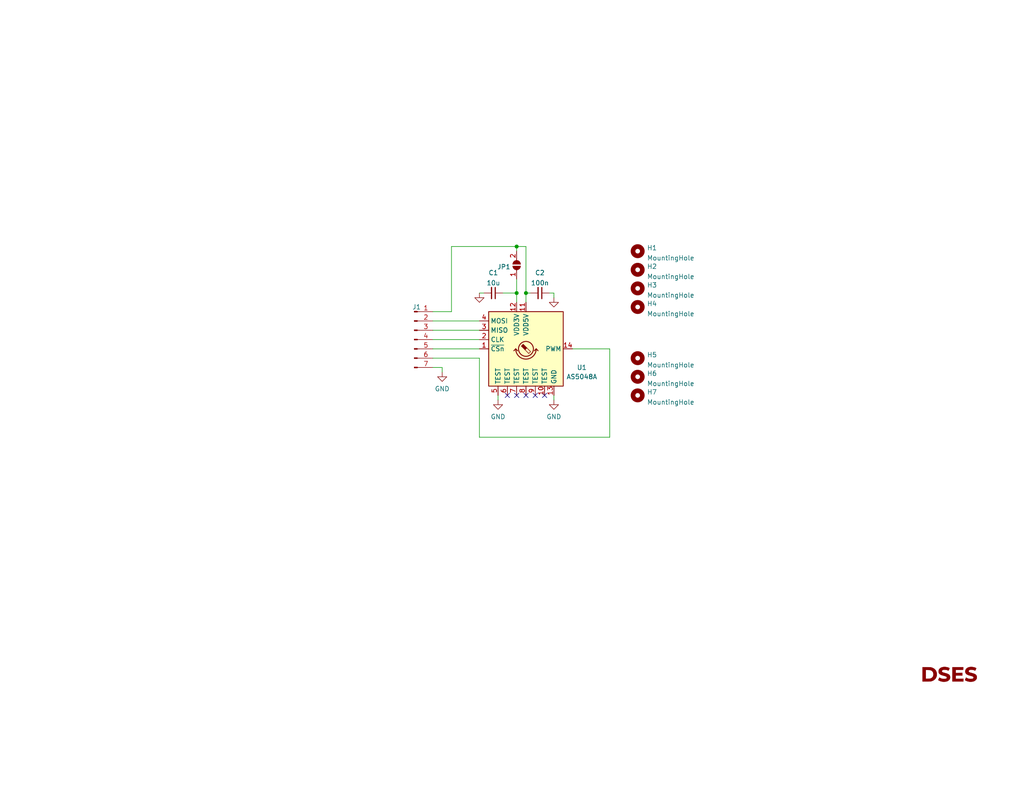
<source format=kicad_sch>
(kicad_sch (version 20211123) (generator eeschema)
  (paper "USLetter")
  (title_block (title "Encoder") (date "2022-01-17") (rev "1") (company "Deep Space Exploration Society") (comment 1 "Designed by Hans Gaensbauer"))
  (lib_symbols
    (symbol "Connector:Conn_01x07_Male" (pin_names (offset 1.016) hide)
      (property "Reference" "J" (at 0 10.16 0))
      (property "Value" "Conn_01x07_Male" (at 0 -10.16 0))
      (symbol "Conn_01x07_Male_1_1"
        (polyline (pts (xy 1.27 -7.62) (xy 0.8636 -7.62)) (stroke (width 0.1524)))
        (polyline (pts (xy 1.27 -5.08) (xy 0.8636 -5.08)) (stroke (width 0.1524)))
        (polyline (pts (xy 1.27 -2.54) (xy 0.8636 -2.54)) (stroke (width 0.1524)))
        (polyline (pts (xy 1.27 0) (xy 0.8636 0)) (stroke (width 0.1524)))
        (polyline (pts (xy 1.27 2.54) (xy 0.8636 2.54)) (stroke (width 0.1524)))
        (polyline (pts (xy 1.27 5.08) (xy 0.8636 5.08)) (stroke (width 0.1524)))
        (polyline (pts (xy 1.27 7.62) (xy 0.8636 7.62)) (stroke (width 0.1524)))
        (rectangle (start 0.8636 -7.493) (end 0 -7.747) (stroke (width 0.1524)) (fill (type outline)))
        (rectangle (start 0.8636 -4.953) (end 0 -5.207) (stroke (width 0.1524)) (fill (type outline)))
        (rectangle (start 0.8636 -2.413) (end 0 -2.667) (stroke (width 0.1524)) (fill (type outline)))
        (rectangle (start 0.8636 0.127) (end 0 -0.127) (stroke (width 0.1524)) (fill (type outline)))
        (rectangle (start 0.8636 2.667) (end 0 2.413) (stroke (width 0.1524)) (fill (type outline)))
        (rectangle (start 0.8636 5.207) (end 0 4.953) (stroke (width 0.1524)) (fill (type outline)))
        (rectangle (start 0.8636 7.747) (end 0 7.493) (stroke (width 0.1524)) (fill (type outline)))
        (pin passive line (at 5.08 7.62 180) (length 3.81) (name "Pin_1") (number "1"))
        (pin passive line (at 5.08 5.08 180) (length 3.81) (name "Pin_2") (number "2"))
        (pin passive line (at 5.08 2.54 180) (length 3.81) (name "Pin_3") (number "3"))
        (pin passive line (at 5.08 0 180) (length 3.81) (name "Pin_4") (number "4"))
        (pin passive line (at 5.08 -2.54 180) (length 3.81) (name "Pin_5") (number "5"))
        (pin passive line (at 5.08 -5.08 180) (length 3.81) (name "Pin_6") (number "6"))
        (pin passive line (at 5.08 -7.62 180) (length 3.81) (name "Pin_7") (number "7"))
      )
    )
    (symbol "Device:C_Small" (pin_numbers hide) (pin_names (offset 0.254) hide)
      (property "Reference" "C" (at 0.254 1.778 0))
      (property "Value" "C_Small" (at 0.254 -2.032 0))
      (symbol "C_Small_0_1"
        (polyline (pts (xy -1.524 -0.508) (xy 1.524 -0.508)) (stroke (width 0.3302)))
        (polyline (pts (xy -1.524 0.508) (xy 1.524 0.508)) (stroke (width 0.3048)))
      )
      (symbol "C_Small_1_1"
        (pin passive line (at 0 2.54 270) (length 2.032) (name "~") (number "1"))
        (pin passive line (at 0 -2.54 90) (length 2.032) (name "~") (number "2"))
      )
    )
    (symbol "Jumper:SolderJumper_2_Open" (pin_names (offset 0) hide)
      (property "Reference" "JP" (at 0 2.032 0))
      (property "Value" "SolderJumper_2_Open" (at 0 -2.54 0))
      (symbol "SolderJumper_2_Open_0_1"
        (arc (start -0.254 1.016) (mid -1.27 0) (end -0.254 -1.016))
        (arc (start -0.254 1.016) (mid -1.27 0) (end -0.254 -1.016) (fill (type outline)))
        (polyline (pts (xy -0.254 1.016) (xy -0.254 -1.016)))
        (polyline (pts (xy 0.254 1.016) (xy 0.254 -1.016)))
        (arc (start 0.254 -1.016) (mid 1.27 0) (end 0.254 1.016))
        (arc (start 0.254 -1.016) (mid 1.27 0) (end 0.254 1.016) (fill (type outline)))
      )
      (symbol "SolderJumper_2_Open_1_1"
        (pin passive line (at -3.81 0 0) (length 2.54) (name "A") (number "1"))
        (pin passive line (at 3.81 0 180) (length 2.54) (name "B") (number "2"))
      )
    )
    (symbol "Mechanical:MountingHole" (pin_names (offset 1.016))
      (property "Reference" "H" (at 0 5.08 0))
      (property "Value" "MountingHole" (at 0 3.175 0))
      (symbol "MountingHole_0_1"
        (circle (center 0 0) (radius 1.27) (stroke (width 1.27)))
      )
    )
    (symbol "Sensor_Magnetic:AS5048A"
      (property "Reference" "U" (at -10.16 11.43 0))
      (property "Value" "AS5048A" (at 10.16 11.43 0))
      (symbol "AS5048A_0_1"
        (rectangle (start -10.16 10.16) (end 10.16 -10.16) (stroke (width 0.254)) (fill (type background)))
        (arc (start -2.794 0) (mid 0 -2.794) (end 2.794 0) (stroke (width 0.254)))
        (polyline (pts (xy -2.794 0) (xy -3.302 -0.508)) (stroke (width 0.254)))
        (polyline (pts (xy -2.794 0) (xy -2.286 -0.508)) (stroke (width 0.254)))
        (polyline (pts (xy 2.794 0) (xy 2.286 -0.508)) (stroke (width 0.254)))
        (polyline (pts (xy 2.794 0) (xy 3.302 -0.508)) (stroke (width 0.254)))
      )
      (symbol "AS5048A_1_1"
        (polyline (pts (xy 0.254 0.254) (xy 1.27 -0.762) (xy 0.762 -1.27) (xy -0.254 -0.254)))
        (polyline (pts (xy -0.762 1.27) (xy 0.254 0.254) (xy -0.254 -0.254) (xy -1.27 0.762) (xy -1.016 1.016) (xy -0.762 1.27) (xy -0.635 1.143)) (fill (type outline)))
        (circle (center 0 0) (radius 2.032) (stroke (width 0.254)))
        (pin input line (at -12.7 0 0) (length 2.54) (name "~{CSn}") (number "1"))
        (pin passive line (at 5.08 -12.7 90) (length 2.54) (name "TEST") (number "10"))
        (pin power_in line (at 0 12.7 270) (length 2.54) (name "VDD5V") (number "11"))
        (pin power_in line (at -2.54 12.7 270) (length 2.54) (name "VDD3V") (number "12"))
        (pin power_in line (at 7.62 -12.7 90) (length 2.54) (name "GND") (number "13"))
        (pin output line (at 12.7 0 180) (length 2.54) (name "PWM") (number "14"))
        (pin input line (at -12.7 2.54 0) (length 2.54) (name "CLK") (number "2"))
        (pin output line (at -12.7 5.08 0) (length 2.54) (name "MISO") (number "3"))
        (pin input line (at -12.7 7.62 0) (length 2.54) (name "MOSI") (number "4"))
        (pin passive line (at -7.62 -12.7 90) (length 2.54) (name "TEST") (number "5"))
        (pin passive line (at -5.08 -12.7 90) (length 2.54) (name "TEST") (number "6"))
        (pin passive line (at -2.54 -12.7 90) (length 2.54) (name "TEST") (number "7"))
        (pin passive line (at 0 -12.7 90) (length 2.54) (name "TEST") (number "8"))
        (pin passive line (at 2.54 -12.7 90) (length 2.54) (name "TEST") (number "9"))
      )
    )
    (symbol "interferometer:DSES-Logo" (pin_names (offset 1.016))
      (symbol "DSES-Logo_0_0"
        (polyline (pts (xy 3.7893 -1.5428) (xy 3.802 -1.1745) (xy 2.7371 -1.1857) (xy 1.6721 -1.1969) (xy 1.6721 -0.2787) (xy 3.5034 -0.2787) (xy 3.5034 0.418) (xy 2.5878 0.4038) (xy 1.6721 0.3896) (xy 1.6721 1.2739) (xy 3.6917 1.2739) (xy 3.717 1.4587) (xy 3.7214 1.4936) (xy 3.7363 1.6611) (xy 3.7423 1.817) (xy 3.7423 1.9906) (xy 0.7962 1.9906) (xy 0.7962 -1.911) (xy 3.7767 -1.911) (xy 3.7893 -1.5428)) (stroke (width 0.01)) (fill (type outline)))
        (polyline (pts (xy -6.3401 -1.9103) (xy -6.1675 -1.9099) (xy -5.8262 -1.9065) (xy -5.5516 -1.8993) (xy -5.335 -1.888) (xy -5.1673 -1.8721) (xy -5.0397 -1.8513) (xy -4.6543 -1.7352) (xy -4.3097 -1.5595) (xy -4.0174 -1.3309) (xy -3.7821 -1.0549) (xy -3.6082 -0.737) (xy -3.5006 -0.3826) (xy -3.4636 0.0029) (xy -3.4636 0.0062) (xy -3.4993 0.4174) (xy -3.6032 0.7894) (xy -3.7722 1.1185) (xy -4.0034 1.4008) (xy -4.2937 1.6328) (xy -4.6402 1.8107) (xy -5.0397 1.9309) (xy -5.0911 1.9406) (xy -5.2352 1.9592) (xy -5.4232 1.973) (xy -5.6641 1.9825) (xy -5.9667 1.9879) (xy -6.3401 1.9899) (xy -7.3652 1.9906) (xy -7.3652 -1.1614) (xy -6.4894 -1.1614) (xy -6.4894 1.2597) (xy -6.141 1.2464) (xy -6.0194 1.2418) (xy -5.7495 1.231) (xy -5.5432 1.2213) (xy -5.3889 1.2111) (xy -5.2749 1.1991) (xy -5.1897 1.1836) (xy -5.1217 1.1634) (xy -5.0593 1.137) (xy -4.9909 1.1029) (xy -4.9015 1.0525) (xy -4.6757 0.8687) (xy -4.5122 0.6366) (xy -4.4128 0.3592) (xy -4.3793 0.0398) (xy -4.3826 -0.0642) (xy -4.437 -0.3716) (xy -4.5574 -0.6359) (xy -4.7425 -0.8549) (xy -4.9909 -1.0263) (xy -5.0354 -1.0491) (xy -5.1117 -1.0832) (xy -5.1908 -1.1074) (xy -5.2881 -1.1237) (xy -5.4189 -1.1344) (xy -5.5985 -1.1416) (xy -5.8424 -1.1475) (xy -6.4894 -1.1614) (xy -7.3652 -1.1614) (xy -7.3652 -1.911) (xy -6.3401 -1.9103)) (stroke (width 0.01)) (fill (type outline)))
        (polyline (pts (xy -1.2796 -1.9625) (xy -1.0198 -1.9362) (xy -0.8056 -1.8947) (xy -0.605 -1.8237) (xy -0.3599 -1.689) (xy -0.1484 -1.5187) (xy 0.0141 -1.3255) (xy 0.1124 -1.1225) (xy 0.1464 -0.9547) (xy 0.157 -0.7308) (xy 0.1357 -0.5143) (xy 0.0838 -0.3384) (xy 0.0763 -0.3226) (xy -0.0168 -0.1706) (xy -0.1429 -0.04) (xy -0.3114 0.0745) (xy -0.5316 0.1783) (xy -0.8126 0.2766) (xy -1.1639 0.3747) (xy -1.3013 0.4103) (xy -1.5635 0.4821) (xy -1.7606 0.5447) (xy -1.9018 0.6032) (xy -1.9959 0.6627) (xy -2.052 0.7283) (xy -2.0791 0.8052) (xy -2.0862 0.8984) (xy -2.0855 0.9188) (xy -2.0385 1.0671) (xy -1.9263 1.1914) (xy -1.7616 1.2772) (xy -1.7506 1.2806) (xy -1.6275 1.3002) (xy -1.45 1.309) (xy -1.24 1.3057) (xy -1.1167 1.2988) (xy -0.9226 1.2773) (xy -0.7599 1.2399) (xy -0.5972 1.1804) (xy -0.5917 1.1781) (xy -0.4587 1.1234) (xy -0.3547 1.0823) (xy -0.302 1.0635) (xy -0.2922 1.068) (xy -0.2518 1.1243) (xy -0.1949 1.2314) (xy -0.1304 1.3732) (xy 0.0048 1.6913) (xy -0.0812 1.7609) (xy -0.1563 1.8051) (xy -0.2838 1.8607) (xy -0.4319 1.9128) (xy -0.5184 1.9384) (xy -0.9298 2.0262) (xy -1.331 2.058) (xy -1.7114 2.035) (xy -2.0609 1.9584) (xy -2.369 1.8295) (xy -2.6253 1.6495) (xy -2.8006 1.4535) (xy -2.921 1.2152) (xy -2.9757 0.9367) (xy -2.9806 0.8446) (xy -2.9634 0.6016) (xy -2.8957 0.3918) (xy -2.7728 0.2107) (xy -2.5899 0.0536) (xy -2.342 -0.0838) (xy -2.0244 -0.2061) (xy -1.6323 -0.3179) (xy -1.3672 -0.3876) (xy -1.1239 -0.4628) (xy -0.9457 -0.5355) (xy -0.825 -0.6106) (xy -0.7546 -0.6929) (xy -0.7268 -0.7872) (xy -0.7344 -0.8984) (xy -0.7618 -0.9898) (xy -0.8369 -1.0931) (xy -0.962 -1.1642) (xy -1.1461 -1.2076) (xy -1.3984 -1.2278) (xy -1.5817 -1.2295) (xy -1.9168 -1.1991) (xy -2.2232 -1.1189) (xy -2.5274 -0.9831) (xy -2.7721 -0.8531) (xy -2.9089 -1.1686) (xy -2.9339 -1.2264) (xy -2.9932 -1.3636) (xy -3.0368 -1.465) (xy -3.0568 -1.5122) (xy -3.0573 -1.5142) (xy -3.0259 -1.5508) (xy -2.9391 -1.6066) (xy -2.8145 -1.673) (xy -2.6694 -1.7412) (xy -2.5211 -1.8025) (xy -2.3872 -1.8481) (xy -2.3004 -1.8714) (xy -2.1091 -1.9153) (xy -1.9293 -1.949) (xy -1.8041 -1.9633) (xy -1.552 -1.9721) (xy -1.2796 -1.9625)) (stroke (width 0.01)) (fill (type outline)))
        (polyline (pts (xy 6.006 -1.9625) (xy 6.2657 -1.9362) (xy 6.4799 -1.8947) (xy 6.6806 -1.8237) (xy 6.9257 -1.689) (xy 7.1372 -1.5187) (xy 7.2997 -1.3255) (xy 7.398 -1.1225) (xy 7.432 -0.9547) (xy 7.4426 -0.7308) (xy 7.4213 -0.5143) (xy 7.3693 -0.3384) (xy 7.3618 -0.3226) (xy 7.2688 -0.1706) (xy 7.1427 -0.04) (xy 6.9742 0.0745) (xy 6.754 0.1783) (xy 6.4729 0.2766) (xy 6.1217 0.3747) (xy 5.9842 0.4103) (xy 5.7221 0.4821) (xy 5.525 0.5447) (xy 5.3838 0.6032) (xy 5.2897 0.6627) (xy 5.2335 0.7283) (xy 5.2065 0.8052) (xy 5.1994 0.8984) (xy 5.2001 0.9188) (xy 5.2471 1.0671) (xy 5.3592 1.1914) (xy 5.524 1.2772) (xy 5.535 1.2806) (xy 5.6581 1.3002) (xy 5.8356 1.309) (xy 6.0456 1.3057) (xy 6.1689 1.2988) (xy 6.363 1.2773) (xy 6.5256 1.2399) (xy 6.6884 1.1804) (xy 6.6938 1.1781) (xy 6.8269 1.1234) (xy 6.9309 1.0823) (xy 6.9836 1.0635) (xy 6.9934 1.068) (xy 7.0338 1.1243) (xy 7.0907 1.2314) (xy 7.1552 1.3732) (xy 7.2904 1.6913) (xy 7.2044 1.7609) (xy 7.1293 1.8051) (xy 7.0017 1.8607) (xy 6.8537 1.9128) (xy 6.7671 1.9384) (xy 6.3557 2.0262) (xy 5.9546 2.058) (xy 5.5742 2.035) (xy 5.2247 1.9584) (xy 4.9166 1.8295) (xy 4.6603 1.6495) (xy 4.485 1.4535) (xy 4.3646 1.2152) (xy 4.3099 0.9367) (xy 4.305 0.8446) (xy 4.3222 0.6016) (xy 4.3899 0.3918) (xy 4.5127 0.2107) (xy 4.6957 0.0536) (xy 4.9435 -0.0838) (xy 5.2611 -0.2061) (xy 5.6533 -0.3179) (xy 5.9184 -0.3876) (xy 6.1617 -0.4628) (xy 6.3399 -0.5355) (xy 6.4605 -0.6106) (xy 6.531 -0.6929) (xy 6.5588 -0.7872) (xy 6.5512 -0.8984) (xy 6.5238 -0.9898) (xy 6.4487 -1.0931) (xy 6.3236 -1.1642) (xy 6.1395 -1.2076) (xy 5.8872 -1.2278) (xy 5.7039 -1.2295) (xy 5.3688 -1.1991) (xy 5.0623 -1.1189) (xy 4.7582 -0.9831) (xy 4.5135 -0.8531) (xy 4.3767 -1.1686) (xy 4.3517 -1.2264) (xy 4.2924 -1.3636) (xy 4.2487 -1.465) (xy 4.2288 -1.5122) (xy 4.2283 -1.5142) (xy 4.2597 -1.5508) (xy 4.3465 -1.6066) (xy 4.4711 -1.673) (xy 4.6162 -1.7412) (xy 4.7645 -1.8025) (xy 4.8984 -1.8481) (xy 4.9852 -1.8714) (xy 5.1765 -1.9153) (xy 5.3562 -1.949) (xy 5.4815 -1.9633) (xy 5.7336 -1.9721) (xy 6.006 -1.9625)) (stroke (width 0.01)) (fill (type outline)))
      )
    )
    (symbol "power:GND" (power) (pin_names (offset 0))
      (property "Value" "GND" (at 0 -3.81 0))
      (symbol "GND_0_1"
        (polyline (pts (xy 0 0) (xy 0 -1.27) (xy 1.27 -1.27) (xy 0 -2.54) (xy -1.27 -1.27) (xy 0 -1.27)))
      )
      (symbol "GND_1_1"
        (pin power_in line (at 0 0 270) (length 0) hide (name "GND") (number "1"))
      )
    )
  )
  (junction (at 143.51 80.01))
  (junction (at 140.97 80.01))
  (junction (at 140.97 67.31))
  (no_connect (at 138.43 107.95))
  (no_connect (at 140.97 107.95))
  (no_connect (at 143.51 107.95))
  (no_connect (at 146.05 107.95))
  (no_connect (at 148.59 107.95))
  (wire (pts (xy 118.11 97.79) (xy 130.81 97.79)))
  (wire (pts (xy 123.19 85.09) (xy 123.19 67.31)))
  (wire (pts (xy 118.11 87.63) (xy 130.81 87.63)))
  (wire (pts (xy 130.81 119.38) (xy 130.81 97.79)))
  (wire (pts (xy 140.97 67.31) (xy 140.97 68.58)))
  (wire (pts (xy 123.19 67.31) (xy 140.97 67.31)))
  (wire (pts (xy 151.13 107.95) (xy 151.13 109.22)))
  (wire (pts (xy 118.11 92.71) (xy 130.81 92.71)))
  (wire (pts (xy 151.13 80.01) (xy 149.86 80.01)))
  (wire (pts (xy 166.37 119.38) (xy 130.81 119.38)))
  (wire (pts (xy 118.11 95.25) (xy 130.81 95.25)))
  (wire (pts (xy 151.13 81.28) (xy 151.13 80.01)))
  (wire (pts (xy 135.89 107.95) (xy 135.89 109.22)))
  (wire (pts (xy 120.65 101.6) (xy 120.65 100.33)))
  (wire (pts (xy 137.16 80.01) (xy 140.97 80.01)))
  (wire (pts (xy 140.97 82.55) (xy 140.97 80.01)))
  (wire (pts (xy 166.37 95.25) (xy 166.37 119.38)))
  (wire (pts (xy 156.21 95.25) (xy 166.37 95.25)))
  (wire (pts (xy 143.51 67.31) (xy 143.51 80.01)))
  (wire (pts (xy 143.51 80.01) (xy 144.78 80.01)))
  (wire (pts (xy 143.51 80.01) (xy 143.51 82.55)))
  (wire (pts (xy 120.65 100.33) (xy 118.11 100.33)))
  (wire (pts (xy 118.11 85.09) (xy 123.19 85.09)))
  (wire (pts (xy 143.51 67.31) (xy 140.97 67.31)))
  (wire (pts (xy 140.97 76.2) (xy 140.97 80.01)))
  (wire (pts (xy 130.81 80.01) (xy 132.08 80.01)))
  (wire (pts (xy 118.11 90.17) (xy 130.81 90.17)))
  (symbol (lib_id "Mechanical:MountingHole") (at 173.99 102.87 0) (unit 1)
    (property "Reference" "H6" (at 176.53 101.9615 0) (effects (justify left)))
    (property "Value" "MountingHole" (at 176.53 104.7366 0) (effects (justify left)))
    (property "Footprint" "MountingHole:MountingHole_3.2mm_M3" (effects hide))
  )
  (symbol (lib_id "power:GND") (at 120.65 101.6 0) (unit 1)
    (property "Reference" "#PWR01" (effects hide))
    (property "Value" "GND" (at 120.65 106.1625 0))
  )
  (symbol (lib_id "Mechanical:MountingHole") (at 173.99 107.95 0) (unit 1)
    (property "Reference" "H7" (at 176.53 107.0415 0) (effects (justify left)))
    (property "Value" "MountingHole" (at 176.53 109.8166 0) (effects (justify left)))
    (property "Footprint" "MountingHole:MountingHole_3.2mm_M3" (effects hide))
  )
  (symbol (lib_id "power:GND") (at 130.81 80.01 0) (unit 1)
    (property "Reference" "#PWR02" (effects hide))
    (property "Value" "GND" (effects hide))
  )
  (symbol (lib_id "power:GND") (at 151.13 81.28 0) (unit 1)
    (property "Reference" "#PWR04" (effects hide))
    (property "Value" "GND" (effects hide))
  )
  (symbol (lib_id "power:GND") (at 151.13 109.22 0) (unit 1)
    (property "Reference" "#PWR05" (effects hide))
    (property "Value" "GND" (at 151.13 113.7825 0))
  )
  (symbol (lib_id "Mechanical:MountingHole") (at 173.99 73.66 0) (unit 1)
    (property "Reference" "H2" (at 176.53 72.7515 0) (effects (justify left)))
    (property "Value" "MountingHole" (at 176.53 75.5266 0) (effects (justify left)))
    (property "Footprint" "MountingHole:MountingHole_3.2mm_M3" (effects hide))
  )
  (symbol (lib_id "interferometer:DSES-Logo") (at 259.08 184.15 0) (unit 1)
    (property "Reference" "G1" (effects hide))
    (property "Value" "DSES-Logo" (effects hide))
    (property "Footprint" "interferometer:dses-logo" (effects hide))
    (property "Datasheet" "http://dses.science/" (effects hide))
  )
  (symbol (lib_id "Device:C_Small") (at 147.32 80.01 270) (unit 1)
    (property "Reference" "C2" (at 147.3136 74.4814 90))
    (property "Value" "100n" (at 147.3136 77.2565 90))
    (property "Footprint" "Capacitor_SMD:C_1206_3216Metric" (effects hide))
  )
  (symbol (lib_id "Mechanical:MountingHole") (at 173.99 78.74 0) (unit 1)
    (property "Reference" "H3" (at 176.53 77.8315 0) (effects (justify left)))
    (property "Value" "MountingHole" (at 176.53 80.6066 0) (effects (justify left)))
    (property "Footprint" "MountingHole:MountingHole_3.2mm_M3" (effects hide))
  )
  (symbol (lib_id "Mechanical:MountingHole") (at 173.99 83.82 0) (unit 1)
    (property "Reference" "H4" (at 176.53 82.9115 0) (effects (justify left)))
    (property "Value" "MountingHole" (at 176.53 85.6866 0) (effects (justify left)))
    (property "Footprint" "MountingHole:MountingHole_3.2mm_M3" (effects hide))
  )
  (symbol (lib_id "Connector:Conn_01x07_Male") (at 113.03 92.71 0) (unit 1)
    (property "Reference" "J1" (at 113.665 83.8223 0))
    (property "Value" "Conn_01x07_Male" (effects hide))
    (property "Footprint" "Connector_PinHeader_2.54mm:PinHeader_1x07_P2.54mm_Vertical" (effects hide))
  )
  (symbol (lib_id "Jumper:SolderJumper_2_Open") (at 140.97 72.39 270) (mirror x) (unit 1)
    (property "Reference" "JP1" (at 139.319 72.869 90) (effects (justify right)))
    (property "Value" "SolderJumper_2_Open" (effects hide))
    (property "Footprint" "Jumper:SolderJumper-2_P1.3mm_Open_Pad1.0x1.5mm" (effects hide))
  )
  (symbol (lib_id "Mechanical:MountingHole") (at 173.99 68.58 0) (unit 1)
    (property "Reference" "H1" (at 176.53 67.6715 0) (effects (justify left)))
    (property "Value" "MountingHole" (at 176.53 70.4466 0) (effects (justify left)))
    (property "Footprint" "MountingHole:MountingHole_3.2mm_M3" (effects hide))
  )
  (symbol (lib_id "Sensor_Magnetic:AS5048A") (at 143.51 95.25 0) (unit 1)
    (property "Reference" "U1" (at 158.75 100.33 0))
    (property "Value" "AS5048A" (at 158.75 102.87 0))
    (property "Footprint" "Package_SO:TSSOP-14_4.4x5mm_P0.65mm" (effects hide))
    (property "Datasheet" "https://ams.com/documents/20143/36005/AS5048_DS000298_4-00.pdf" (effects hide))
  )
  (symbol (lib_id "Device:C_Small") (at 134.62 80.01 270) (unit 1)
    (property "Reference" "C1" (at 134.6136 74.4814 90))
    (property "Value" "10u" (at 134.6136 77.2565 90))
    (property "Footprint" "Capacitor_SMD:C_0805_2012Metric" (effects hide))
  )
  (symbol (lib_id "power:GND") (at 135.89 109.22 0) (unit 1)
    (property "Reference" "#PWR03" (effects hide))
    (property "Value" "GND" (at 135.89 113.7825 0))
  )
  (symbol (lib_id "Mechanical:MountingHole") (at 173.99 97.79 0) (unit 1)
    (property "Reference" "H5" (at 176.53 96.8815 0) (effects (justify left)))
    (property "Value" "MountingHole" (at 176.53 99.6566 0) (effects (justify left)))
    (property "Footprint" "MountingHole:MountingHole_3.2mm_M3" (effects hide))
  )
)
</source>
